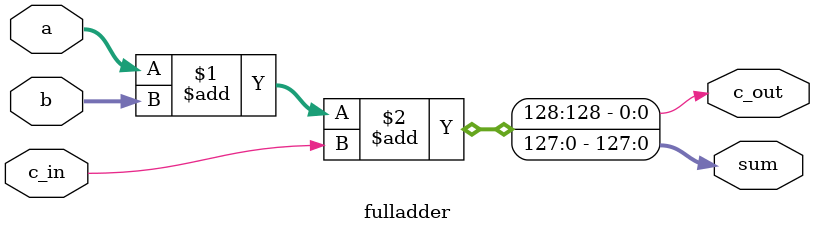
<source format=v>
module fulladder (input [127:0] a,  
                  input [127:0] b,  
                  input c_in,  
                  output c_out,  
                  output [127:0] sum);
   assign {c_out, sum} = a + b + c_in;  
endmodule
</source>
